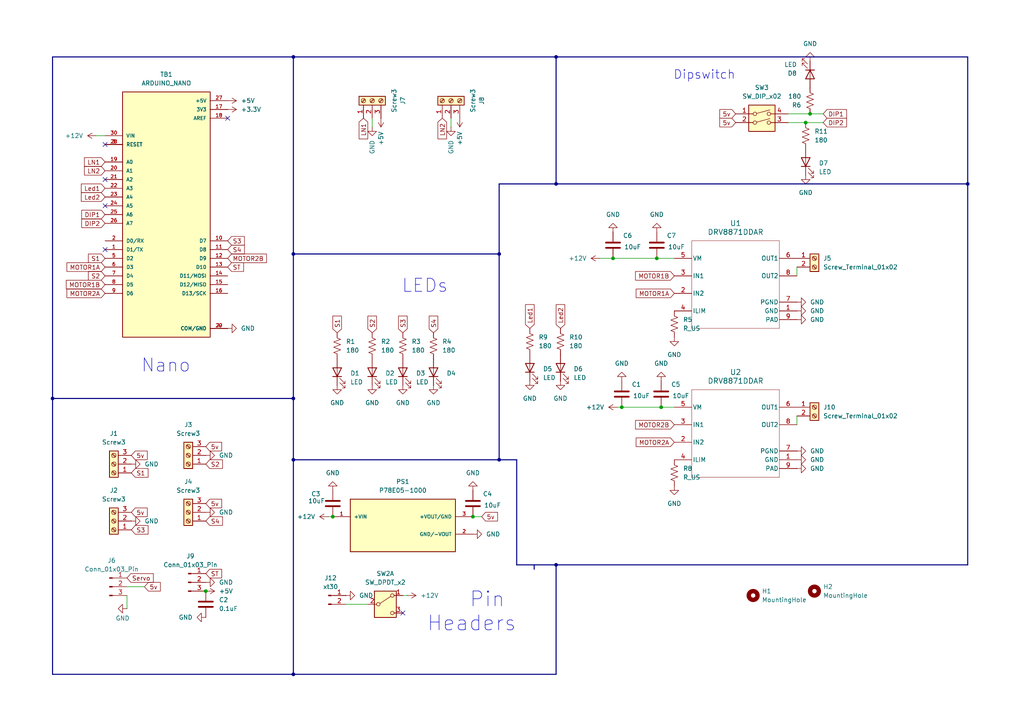
<source format=kicad_sch>
(kicad_sch (version 20231120) (generator "eeschema") (generator_version "8.0")
  (paper "A4")
  (lib_symbols
    (symbol "ARDUINO_NANO[1]:ARDUINO_NANO" (pin_names (offset 1.016))
      (property "Reference" "TB" (at -12.7 35.56 0))
      (property "Value" "ARDUINO_NANO" (at -12.7 -38.1 0))
      (symbol "ARDUINO_NANO_0_0"
        (rectangle (start -12.7 -35.56) (end 12.7 35.56) (stroke (width 0.254)) (fill (type background)))
        (pin bidirectional line (at -17.78 -10.16 0) (length 5.08) (name "D1/TX") (number "1"))
        (pin bidirectional line (at 17.78 -7.62 180) (length 5.08) (name "D7") (number "10"))
        (pin bidirectional line (at 17.78 -10.16 180) (length 5.08) (name "D8") (number "11"))
        (pin bidirectional line (at 17.78 -12.7 180) (length 5.08) (name "D9") (number "12"))
        (pin bidirectional line (at 17.78 -15.24 180) (length 5.08) (name "D10") (number "13"))
        (pin bidirectional line (at 17.78 -17.78 180) (length 5.08) (name "D11/MOSI") (number "14"))
        (pin bidirectional line (at 17.78 -20.32 180) (length 5.08) (name "D12/MISO") (number "15"))
        (pin bidirectional line (at 17.78 -22.86 180) (length 5.08) (name "D13/SCK") (number "16"))
        (pin power_in line (at 17.78 30.48 180) (length 5.08) (name "3V3") (number "17"))
        (pin power_in line (at 17.78 27.94 180) (length 5.08) (name "AREF") (number "18"))
        (pin input line (at -17.78 15.24 0) (length 5.08) (name "A0") (number "19"))
        (pin bidirectional line (at -17.78 -7.62 0) (length 5.08) (name "D0/RX") (number "2"))
        (pin input line (at -17.78 12.7 0) (length 5.08) (name "A1") (number "20"))
        (pin input line (at -17.78 10.16 0) (length 5.08) (name "A2") (number "21"))
        (pin input line (at -17.78 7.62 0) (length 5.08) (name "A3") (number "22"))
        (pin input line (at -17.78 5.08 0) (length 5.08) (name "A4") (number "23"))
        (pin input line (at -17.78 2.54 0) (length 5.08) (name "A5") (number "24"))
        (pin input line (at -17.78 0 0) (length 5.08) (name "A6") (number "25"))
        (pin input line (at -17.78 -2.54 0) (length 5.08) (name "A7") (number "26"))
        (pin power_in line (at 17.78 33.02 180) (length 5.08) (name "+5V") (number "27"))
        (pin input line (at -17.78 20.32 0) (length 5.08) (name "RESET") (number "28"))
        (pin power_in line (at 17.78 -33.02 180) (length 5.08) (name "COM/GND") (number "29"))
        (pin input line (at -17.78 20.32 0) (length 5.08) (name "RESET") (number "3"))
        (pin input line (at -17.78 22.86 0) (length 5.08) (name "VIN") (number "30"))
        (pin power_in line (at 17.78 -33.02 180) (length 5.08) (name "COM/GND") (number "4"))
        (pin bidirectional line (at -17.78 -12.7 0) (length 5.08) (name "D2") (number "5"))
        (pin bidirectional line (at -17.78 -15.24 0) (length 5.08) (name "D3") (number "6"))
        (pin bidirectional line (at -17.78 -17.78 0) (length 5.08) (name "D4") (number "7"))
        (pin bidirectional line (at -17.78 -20.32 0) (length 5.08) (name "D5") (number "8"))
        (pin bidirectional line (at -17.78 -22.86 0) (length 5.08) (name "D6") (number "9"))
      )
    )
    (symbol "Connector:Conn_01x02_Pin" (pin_names (offset 1.016) hide)
      (property "Reference" "J" (at 0 2.54 0))
      (property "Value" "Conn_01x02_Pin" (at 0 -5.08 0))
      (symbol "Conn_01x02_Pin_1_1"
        (polyline (pts (xy 1.27 -2.54) (xy 0.8636 -2.54)) (stroke (width 0.1524)))
        (polyline (pts (xy 1.27 0) (xy 0.8636 0)) (stroke (width 0.1524)))
        (rectangle (start 0.8636 -2.413) (end 0 -2.667) (stroke (width 0.1524)) (fill (type outline)))
        (rectangle (start 0.8636 0.127) (end 0 -0.127) (stroke (width 0.1524)) (fill (type outline)))
        (pin passive line (at 5.08 0 180) (length 3.81) (name "Pin_1") (number "1"))
        (pin passive line (at 5.08 -2.54 180) (length 3.81) (name "Pin_2") (number "2"))
      )
    )
    (symbol "Connector:Conn_01x03_Pin" (pin_names (offset 1.016) hide)
      (property "Reference" "J" (at 0 5.08 0))
      (property "Value" "Conn_01x03_Pin" (at 0 -5.08 0))
      (symbol "Conn_01x03_Pin_1_1"
        (polyline (pts (xy 1.27 -2.54) (xy 0.8636 -2.54)) (stroke (width 0.1524)))
        (polyline (pts (xy 1.27 0) (xy 0.8636 0)) (stroke (width 0.1524)))
        (polyline (pts (xy 1.27 2.54) (xy 0.8636 2.54)) (stroke (width 0.1524)))
        (rectangle (start 0.8636 -2.413) (end 0 -2.667) (stroke (width 0.1524)) (fill (type outline)))
        (rectangle (start 0.8636 0.127) (end 0 -0.127) (stroke (width 0.1524)) (fill (type outline)))
        (rectangle (start 0.8636 2.667) (end 0 2.413) (stroke (width 0.1524)) (fill (type outline)))
        (pin passive line (at 5.08 2.54 180) (length 3.81) (name "Pin_1") (number "1"))
        (pin passive line (at 5.08 0 180) (length 3.81) (name "Pin_2") (number "2"))
        (pin passive line (at 5.08 -2.54 180) (length 3.81) (name "Pin_3") (number "3"))
      )
    )
    (symbol "Connector:Screw_Terminal_01x02" (pin_names (offset 1.016) hide)
      (property "Reference" "J" (at 0 2.54 0))
      (property "Value" "Screw_Terminal_01x02" (at 0 -5.08 0))
      (symbol "Screw_Terminal_01x02_1_1"
        (rectangle (start -1.27 1.27) (end 1.27 -3.81) (stroke (width 0.254)) (fill (type background)))
        (circle (center 0 -2.54) (radius 0.635) (stroke (width 0.1524)))
        (polyline (pts (xy -0.5334 -2.2098) (xy 0.3302 -3.048)) (stroke (width 0.1524)))
        (polyline (pts (xy -0.5334 0.3302) (xy 0.3302 -0.508)) (stroke (width 0.1524)))
        (polyline (pts (xy -0.3556 -2.032) (xy 0.508 -2.8702)) (stroke (width 0.1524)))
        (polyline (pts (xy -0.3556 0.508) (xy 0.508 -0.3302)) (stroke (width 0.1524)))
        (circle (center 0 0) (radius 0.635) (stroke (width 0.1524)))
        (pin passive line (at -5.08 0 0) (length 3.81) (name "Pin_1") (number "1"))
        (pin passive line (at -5.08 -2.54 0) (length 3.81) (name "Pin_2") (number "2"))
      )
    )
    (symbol "Connector:Screw_Terminal_01x03" (pin_names (offset 1.016) hide)
      (property "Reference" "J" (at 0 5.08 0))
      (property "Value" "Screw_Terminal_01x03" (at 0 -5.08 0))
      (symbol "Screw_Terminal_01x03_1_1"
        (rectangle (start -1.27 3.81) (end 1.27 -3.81) (stroke (width 0.254)) (fill (type background)))
        (circle (center 0 -2.54) (radius 0.635) (stroke (width 0.1524)))
        (polyline (pts (xy -0.5334 -2.2098) (xy 0.3302 -3.048)) (stroke (width 0.1524)))
        (polyline (pts (xy -0.5334 0.3302) (xy 0.3302 -0.508)) (stroke (width 0.1524)))
        (polyline (pts (xy -0.5334 2.8702) (xy 0.3302 2.032)) (stroke (width 0.1524)))
        (polyline (pts (xy -0.3556 -2.032) (xy 0.508 -2.8702)) (stroke (width 0.1524)))
        (polyline (pts (xy -0.3556 0.508) (xy 0.508 -0.3302)) (stroke (width 0.1524)))
        (polyline (pts (xy -0.3556 3.048) (xy 0.508 2.2098)) (stroke (width 0.1524)))
        (circle (center 0 0) (radius 0.635) (stroke (width 0.1524)))
        (circle (center 0 2.54) (radius 0.635) (stroke (width 0.1524)))
        (pin passive line (at -5.08 2.54 0) (length 3.81) (name "Pin_1") (number "1"))
        (pin passive line (at -5.08 0 0) (length 3.81) (name "Pin_2") (number "2"))
        (pin passive line (at -5.08 -2.54 0) (length 3.81) (name "Pin_3") (number "3"))
      )
    )
    (symbol "DRV8871:DRV8871DDAR" (pin_names (offset 0.254))
      (property "Reference" "U" (at 0 2.54 0))
      (property "Value" "DRV8871DDAR" (at 0 0 0))
      (symbol "DRV8871DDAR_0_1"
        (polyline (pts (xy -12.7 -12.7) (xy 12.7 -12.7)) (stroke (width 0.1016)))
        (polyline (pts (xy -12.7 12.7) (xy -12.7 -12.7)) (stroke (width 0.1016)))
        (polyline (pts (xy 12.7 -12.7) (xy 12.7 12.7)) (stroke (width 0.1016)))
        (polyline (pts (xy 12.7 12.7) (xy -12.7 12.7)) (stroke (width 0.1016)))
        (pin power_in line (at 17.78 -7.62 180) (length 5.08) (name "GND") (number "1"))
        (pin input line (at -17.78 -2.54 0) (length 5.08) (name "IN2") (number "2"))
        (pin input line (at -17.78 2.54 0) (length 5.08) (name "IN1") (number "3"))
        (pin input line (at -17.78 -7.62 0) (length 5.08) (name "ILIM") (number "4"))
        (pin power_in line (at -17.78 7.62 0) (length 5.08) (name "VM") (number "5"))
        (pin output line (at 17.78 7.62 180) (length 5.08) (name "OUT1") (number "6"))
        (pin power_in line (at 17.78 -5.08 180) (length 5.08) (name "PGND") (number "7"))
        (pin output line (at 17.78 2.54 180) (length 5.08) (name "OUT2") (number "8"))
        (pin power_in line (at 17.78 -10.16 180) (length 5.08) (name "PAD") (number "9"))
      )
    )
    (symbol "Device:C" (pin_numbers hide) (pin_names (offset 0.254))
      (property "Reference" "C" (at 0.635 2.54 0))
      (property "Value" "C" (at 0.635 -2.54 0))
      (symbol "C_0_1"
        (polyline (pts (xy -2.032 -0.762) (xy 2.032 -0.762)) (stroke (width 0.508)))
        (polyline (pts (xy -2.032 0.762) (xy 2.032 0.762)) (stroke (width 0.508)))
      )
      (symbol "C_1_1"
        (pin passive line (at 0 3.81 270) (length 2.794) (name "~") (number "1"))
        (pin passive line (at 0 -3.81 90) (length 2.794) (name "~") (number "2"))
      )
    )
    (symbol "Device:LED" (pin_numbers hide) (pin_names (offset 1.016) hide)
      (property "Reference" "D" (at 0 2.54 0))
      (property "Value" "LED" (at 0 -2.54 0))
      (symbol "LED_0_1"
        (polyline (pts (xy -1.27 -1.27) (xy -1.27 1.27)) (stroke (width 0.254)))
        (polyline (pts (xy -1.27 0) (xy 1.27 0)))
        (polyline (pts (xy 1.27 -1.27) (xy 1.27 1.27) (xy -1.27 0) (xy 1.27 -1.27)) (stroke (width 0.254)))
        (polyline (pts (xy -3.048 -0.762) (xy -4.572 -2.286) (xy -3.81 -2.286) (xy -4.572 -2.286) (xy -4.572 -1.524)))
        (polyline (pts (xy -1.778 -0.762) (xy -3.302 -2.286) (xy -2.54 -2.286) (xy -3.302 -2.286) (xy -3.302 -1.524)))
      )
      (symbol "LED_1_1"
        (pin passive line (at -3.81 0 0) (length 2.54) (name "K") (number "1"))
        (pin passive line (at 3.81 0 180) (length 2.54) (name "A") (number "2"))
      )
    )
    (symbol "Device:R_US" (pin_numbers hide) (pin_names (offset 0))
      (property "Reference" "R" (at 2.54 0 90))
      (property "Value" "R_US" (at -2.54 0 90))
      (symbol "R_US_0_1"
        (polyline (pts (xy 0 -2.286) (xy 0 -2.54)))
        (polyline (pts (xy 0 2.286) (xy 0 2.54)))
        (polyline (pts (xy 0 -0.762) (xy 1.016 -1.143) (xy 0 -1.524) (xy -1.016 -1.905) (xy 0 -2.286)))
        (polyline (pts (xy 0 0.762) (xy 1.016 0.381) (xy 0 0) (xy -1.016 -0.381) (xy 0 -0.762)))
        (polyline (pts (xy 0 2.286) (xy 1.016 1.905) (xy 0 1.524) (xy -1.016 1.143) (xy 0 0.762)))
      )
      (symbol "R_US_1_1"
        (pin passive line (at 0 3.81 270) (length 1.27) (name "~") (number "1"))
        (pin passive line (at 0 -3.81 90) (length 1.27) (name "~") (number "2"))
      )
    )
    (symbol "Mechanical:MountingHole" (pin_names (offset 1.016)) (exclude_from_sim yes) (in_bom no)
      (property "Reference" "H" (at 0 5.08 0))
      (property "Value" "MountingHole" (at 0 3.175 0))
      (symbol "MountingHole_0_1"
        (circle (center 0 0) (radius 1.27) (stroke (width 1.27)))
      )
    )
    (symbol "P78E05-1000[1]:P78E05-1000" (pin_names (offset 1.016))
      (property "Reference" "PS" (at -15.24 7.62 0))
      (property "Value" "P78E05-1000" (at -15.24 -10.16 0))
      (symbol "P78E05-1000_0_0"
        (rectangle (start -15.24 -7.62) (end 15.24 7.62) (stroke (width 0.254)) (fill (type background)))
        (pin input line (at -20.32 2.54 0) (length 5.08) (name "+VIN") (number "1"))
        (pin power_in line (at 20.32 -2.54 180) (length 5.08) (name "GND/-VOUT") (number "2"))
        (pin power_in line (at 20.32 2.54 180) (length 5.08) (name "+VOUT/GND") (number "3"))
      )
    )
    (symbol "Switch:SW_DIP_x02" (pin_names (offset 0) hide)
      (property "Reference" "SW" (at 0 6.35 0))
      (property "Value" "SW_DIP_x02" (at 0 -3.81 0))
      (symbol "SW_DIP_x02_0_0"
        (circle (center -2.032 0) (radius 0.508))
        (circle (center -2.032 2.54) (radius 0.508))
        (polyline (pts (xy -1.524 0.127) (xy 2.3622 1.1684)))
        (polyline (pts (xy -1.524 2.667) (xy 2.3622 3.7084)))
        (circle (center 2.032 0) (radius 0.508))
        (circle (center 2.032 2.54) (radius 0.508))
      )
      (symbol "SW_DIP_x02_0_1"
        (rectangle (start -3.81 5.08) (end 3.81 -2.54) (stroke (width 0.254)) (fill (type background)))
      )
      (symbol "SW_DIP_x02_1_1"
        (pin passive line (at -7.62 2.54 0) (length 5.08) (name "~") (number "1"))
        (pin passive line (at -7.62 0 0) (length 5.08) (name "~") (number "2"))
        (pin passive line (at 7.62 0 180) (length 5.08) (name "~") (number "3"))
        (pin passive line (at 7.62 2.54 180) (length 5.08) (name "~") (number "4"))
      )
    )
    (symbol "Switch:SW_DPDT_x2" (pin_names (offset 0) hide)
      (property "Reference" "SW" (at 0 5.08 0))
      (property "Value" "SW_DPDT_x2" (at 0 -5.08 0))
      (symbol "SW_DPDT_x2_0_0"
        (circle (center -2.032 0) (radius 0.508))
        (circle (center 2.032 -2.54) (radius 0.508))
      )
      (symbol "SW_DPDT_x2_0_1"
        (rectangle (start -3.175 3.81) (end 3.175 -3.81) (stroke (width 0.254)) (fill (type background)))
        (polyline (pts (xy -1.524 0.254) (xy 1.5748 2.286)))
        (circle (center 2.032 2.54) (radius 0.508))
      )
      (symbol "SW_DPDT_x2_1_1"
        (pin passive line (at 5.08 2.54 180) (length 2.54) (name "A") (number "1"))
        (pin passive line (at -5.08 0 0) (length 2.54) (name "B") (number "2"))
        (pin passive line (at 5.08 -2.54 180) (length 2.54) (name "C") (number "3"))
      )
      (symbol "SW_DPDT_x2_2_1"
        (pin passive line (at 5.08 2.54 180) (length 2.54) (name "A") (number "4"))
        (pin passive line (at -5.08 0 0) (length 2.54) (name "B") (number "5"))
        (pin passive line (at 5.08 -2.54 180) (length 2.54) (name "C") (number "6"))
      )
    )
    (symbol "power:+12V" (power) (pin_numbers hide) (pin_names (offset 0) hide)
      (property "Value" "+12V" (at 0 3.556 0))
      (symbol "+12V_0_1"
        (polyline (pts (xy -0.762 1.27) (xy 0 2.54)))
        (polyline (pts (xy 0 0) (xy 0 2.54)))
        (polyline (pts (xy 0 2.54) (xy 0.762 1.27)))
      )
      (symbol "+12V_1_1"
        (pin power_in line (at 0 0 90) (length 0) (name "~") (number "1"))
      )
    )
    (symbol "power:+3.3V" (power) (pin_numbers hide) (pin_names (offset 0) hide)
      (property "Value" "+3.3V" (at 0 3.556 0))
      (symbol "+3.3V_0_1"
        (polyline (pts (xy -0.762 1.27) (xy 0 2.54)))
        (polyline (pts (xy 0 0) (xy 0 2.54)))
        (polyline (pts (xy 0 2.54) (xy 0.762 1.27)))
      )
      (symbol "+3.3V_1_1"
        (pin power_in line (at 0 0 90) (length 0) (name "~") (number "1"))
      )
    )
    (symbol "power:+5V" (power) (pin_numbers hide) (pin_names (offset 0) hide)
      (property "Value" "+5V" (at 0 3.556 0))
      (symbol "+5V_0_1"
        (polyline (pts (xy -0.762 1.27) (xy 0 2.54)))
        (polyline (pts (xy 0 0) (xy 0 2.54)))
        (polyline (pts (xy 0 2.54) (xy 0.762 1.27)))
      )
      (symbol "+5V_1_1"
        (pin power_in line (at 0 0 90) (length 0) (name "~") (number "1"))
      )
    )
    (symbol "power:GND" (power) (pin_numbers hide) (pin_names (offset 0) hide)
      (property "Value" "GND" (at 0 -3.81 0))
      (symbol "GND_0_1"
        (polyline (pts (xy 0 0) (xy 0 -1.27) (xy 1.27 -1.27) (xy 0 -2.54) (xy -1.27 -1.27) (xy 0 -1.27)))
      )
      (symbol "GND_1_1"
        (pin power_in line (at 0 0 270) (length 0) (name "~") (number "1"))
      )
    )
  )
  (junction (at 137.16 149.86))
  (junction (at 15.24 115.57))
  (junction (at 59.69 171.45))
  (junction (at 161.29 16.51))
  (junction (at 85.09 16.51))
  (junction (at 161.29 163.83))
  (junction (at 191.77 118.11))
  (junction (at 190.5 74.93))
  (junction (at 234.95 33.02))
  (junction (at 144.78 73.66))
  (junction (at 233.68 35.56))
  (junction (at 144.78 133.35))
  (junction (at 161.29 53.34))
  (junction (at 180.34 118.11))
  (junction (at 85.09 73.66))
  (junction (at 96.52 149.86))
  (junction (at 85.09 115.57))
  (junction (at 280.67 53.34))
  (junction (at 177.8 74.93))
  (junction (at 85.09 195.58))
  (junction (at 85.09 133.35))
  (no_connect (at 66.04 34.29))
  (no_connect (at 30.48 41.91))
  (no_connect (at 116.84 177.8))
  (no_connect (at 30.48 59.69))
  (no_connect (at 30.48 72.39))
  (no_connect (at 30.48 52.07))
  (wire (pts (xy 231.14 120.65) (xy 231.14 123.19)))
  (bus (pts (xy 85.09 73.66) (xy 144.78 73.66)))
  (wire (pts (xy 231.14 77.47) (xy 231.14 80.01)))
  (bus (pts (xy 15.24 115.57) (xy 85.09 115.57)))
  (bus (pts (xy 85.09 16.51) (xy 85.09 73.66)))
  (wire (pts (xy 36.83 170.18) (xy 41.91 170.18)))
  (wire (pts (xy 100.33 175.26) (xy 106.68 175.26)))
  (bus (pts (xy 15.24 16.51) (xy 15.24 115.57)))
  (wire (pts (xy 228.6 35.56) (xy 233.68 35.56)))
  (wire (pts (xy 190.5 74.93) (xy 195.58 74.93)))
  (bus (pts (xy 280.67 53.34) (xy 280.67 163.83)))
  (bus (pts (xy 161.29 16.51) (xy 161.29 53.34)))
  (bus (pts (xy 144.78 73.66) (xy 144.78 133.35)))
  (wire (pts (xy 234.95 33.02) (xy 238.76 33.02)))
  (bus (pts (xy 15.24 195.58) (xy 85.09 195.58)))
  (bus (pts (xy 161.29 195.58) (xy 85.09 195.58)))
  (bus (pts (xy 85.09 73.66) (xy 85.09 115.57)))
  (wire (pts (xy 95.25 149.86) (xy 96.52 149.86)))
  (wire (pts (xy 139.7 149.86) (xy 137.16 149.86)))
  (wire (pts (xy 130.81 34.29) (xy 130.81 36.83)))
  (bus (pts (xy 161.29 53.34) (xy 280.67 53.34)))
  (bus (pts (xy 161.29 16.51) (xy 280.67 16.51)))
  (wire (pts (xy 27.94 39.37) (xy 30.48 39.37)))
  (bus (pts (xy 144.78 53.34) (xy 161.29 53.34)))
  (bus (pts (xy 85.09 16.51) (xy 161.29 16.51)))
  (wire (pts (xy 179.07 118.11) (xy 180.34 118.11)))
  (bus (pts (xy 85.09 16.51) (xy 15.24 16.51)))
  (bus (pts (xy 144.78 133.35) (xy 149.86 133.35)))
  (bus (pts (xy 85.09 115.57) (xy 85.09 133.35)))
  (wire (pts (xy 191.77 118.11) (xy 195.58 118.11)))
  (bus (pts (xy 280.67 16.51) (xy 280.67 53.34)))
  (bus (pts (xy 15.24 115.57) (xy 15.24 195.58)))
  (wire (pts (xy 177.8 74.93) (xy 190.5 74.93)))
  (wire (pts (xy 36.83 176.53) (xy 36.83 172.72)))
  (wire (pts (xy 118.11 172.72) (xy 116.84 172.72)))
  (wire (pts (xy 107.95 34.29) (xy 107.95 36.83)))
  (wire (pts (xy 228.6 33.02) (xy 234.95 33.02)))
  (bus (pts (xy 161.29 163.83) (xy 280.67 163.83)))
  (bus (pts (xy 85.09 195.58) (xy 85.09 133.35)))
  (wire (pts (xy 173.99 74.93) (xy 177.8 74.93)))
  (wire (pts (xy 180.34 118.11) (xy 191.77 118.11)))
  (bus (pts (xy 161.29 163.83) (xy 161.29 195.58)))
  (bus (pts (xy 144.78 53.34) (xy 144.78 73.66)))
  (bus (pts (xy 154.94 165.1) (xy 154.94 163.83)))
  (wire (pts (xy 233.68 35.56) (xy 238.76 35.56)))
  (bus (pts (xy 149.86 133.35) (xy 149.86 163.83)))
  (bus (pts (xy 85.09 133.35) (xy 144.78 133.35)))
  (bus (pts (xy 149.86 163.83) (xy 161.29 163.83)))
  (text "Pin \nHeaders" (at 149.86 171.45 0) (effects (font (size 4.318 4.318)) (justify right top)))
  (text "LEDs\n" (at 130.048 80.772 0) (effects (font (size 3.81 3.81)) (justify right top)))
  (text "Nano\n" (at 55.372 103.886 0) (effects (font (size 3.81 3.81)) (justify right top)))
  (text "Dipswitch\n" (at 213.36 20.32 0) (effects (font (size 2.54 2.54)) (justify right top)))
  (global_label "S1" (shape input) (at 97.79 96.52 90) (property "Intersheetrefs" "${INTERSHEET_REFS}" (effects (hide yes))))
  (global_label "5v" (shape input) (at 213.36 35.56 180) (property "Intersheetrefs" "${INTERSHEET_REFS}" (effects (hide yes))))
  (global_label "S1" (shape input) (at 30.48 74.93 180) (property "Intersheetrefs" "${INTERSHEET_REFS}" (effects (hide yes))))
  (global_label "S1" (shape input) (at 38.1 137.16 0) (property "Intersheetrefs" "${INTERSHEET_REFS}" (effects (hide yes))))
  (global_label "S4" (shape input) (at 66.04 72.39 0) (property "Intersheetrefs" "${INTERSHEET_REFS}" (effects (hide yes))))
  (global_label "Servo" (shape input) (at 36.83 167.64 0) (property "Intersheetrefs" "${INTERSHEET_REFS}" (effects (hide yes))))
  (global_label "LN2" (shape input) (at 30.48 49.53 180) (property "Intersheetrefs" "${INTERSHEET_REFS}" (effects (hide yes))))
  (global_label "5v" (shape input) (at 38.1 148.59 0) (property "Intersheetrefs" "${INTERSHEET_REFS}" (effects (hide yes))))
  (global_label "5v" (shape input) (at 59.69 129.54 0) (property "Intersheetrefs" "${INTERSHEET_REFS}" (effects (hide yes))))
  (global_label "Led2" (shape input) (at 162.56 95.25 90) (property "Intersheetrefs" "${INTERSHEET_REFS}" (effects (hide yes))))
  (global_label "S3" (shape input) (at 38.1 153.67 0) (property "Intersheetrefs" "${INTERSHEET_REFS}" (effects (hide yes))))
  (global_label "S4" (shape input) (at 125.73 96.52 90) (property "Intersheetrefs" "${INTERSHEET_REFS}" (effects (hide yes))))
  (global_label "MOTOR2A" (shape input) (at 195.58 128.27 180) (property "Intersheetrefs" "${INTERSHEET_REFS}" (effects (hide yes))))
  (global_label "Led1" (shape input) (at 30.48 54.61 180) (property "Intersheetrefs" "${INTERSHEET_REFS}" (effects (hide yes))))
  (global_label "5v" (shape input) (at 139.7 149.86 0) (property "Intersheetrefs" "${INTERSHEET_REFS}" (effects (hide yes))))
  (global_label "DIP1" (shape input) (at 238.76 33.02 0) (property "Intersheetrefs" "${INTERSHEET_REFS}" (effects (hide yes))))
  (global_label "MOTOR2A" (shape input) (at 30.48 85.09 180) (property "Intersheetrefs" "${INTERSHEET_REFS}" (effects (hide yes))))
  (global_label "MOTOR2B" (shape input) (at 66.04 74.93 0) (property "Intersheetrefs" "${INTERSHEET_REFS}" (effects (hide yes))))
  (global_label "5v" (shape input) (at 38.1 132.08 0) (property "Intersheetrefs" "${INTERSHEET_REFS}" (effects (hide yes))))
  (global_label "5v" (shape input) (at 41.91 170.18 0) (property "Intersheetrefs" "${INTERSHEET_REFS}" (effects (hide yes))))
  (global_label "MOTOR2B" (shape input) (at 195.58 123.19 180) (property "Intersheetrefs" "${INTERSHEET_REFS}" (effects (hide yes))))
  (global_label "S2" (shape input) (at 30.48 80.01 180) (property "Intersheetrefs" "${INTERSHEET_REFS}" (effects (hide yes))))
  (global_label "ST" (shape input) (at 66.04 77.47 0) (property "Intersheetrefs" "${INTERSHEET_REFS}" (effects (hide yes))))
  (global_label "Led2" (shape input) (at 30.48 57.15 180) (property "Intersheetrefs" "${INTERSHEET_REFS}" (effects (hide yes))))
  (global_label "S3" (shape input) (at 66.04 69.85 0) (property "Intersheetrefs" "${INTERSHEET_REFS}" (effects (hide yes))))
  (global_label "LN1" (shape input) (at 105.41 34.29 270) (property "Intersheetrefs" "${INTERSHEET_REFS}" (effects (hide yes))))
  (global_label "S2" (shape input) (at 59.69 134.62 0) (property "Intersheetrefs" "${INTERSHEET_REFS}" (effects (hide yes))))
  (global_label "MOTOR1B" (shape input) (at 195.58 80.01 180) (property "Intersheetrefs" "${INTERSHEET_REFS}" (effects (hide yes))))
  (global_label "MOTOR1B" (shape input) (at 30.48 82.55 180) (property "Intersheetrefs" "${INTERSHEET_REFS}" (effects (hide yes))))
  (global_label "S4" (shape input) (at 59.69 151.13 0) (property "Intersheetrefs" "${INTERSHEET_REFS}" (effects (hide yes))))
  (global_label "S3" (shape input) (at 116.84 96.52 90) (property "Intersheetrefs" "${INTERSHEET_REFS}" (effects (hide yes))))
  (global_label "LN1" (shape input) (at 30.48 46.99 180) (property "Intersheetrefs" "${INTERSHEET_REFS}" (effects (hide yes))))
  (global_label "5v" (shape input) (at 213.36 33.02 180) (property "Intersheetrefs" "${INTERSHEET_REFS}" (effects (hide yes))))
  (global_label "DIP2" (shape input) (at 238.76 35.56 0) (property "Intersheetrefs" "${INTERSHEET_REFS}" (effects (hide yes))))
  (global_label "S2" (shape input) (at 107.95 96.52 90) (property "Intersheetrefs" "${INTERSHEET_REFS}" (effects (hide yes))))
  (global_label "5v" (shape input) (at 59.69 146.05 0) (property "Intersheetrefs" "${INTERSHEET_REFS}" (effects (hide yes))))
  (global_label "LN2" (shape input) (at 128.27 34.29 270) (property "Intersheetrefs" "${INTERSHEET_REFS}" (effects (hide yes))))
  (global_label "DIP1" (shape input) (at 30.48 62.23 180) (property "Intersheetrefs" "${INTERSHEET_REFS}" (effects (hide yes))))
  (global_label "ST" (shape input) (at 59.69 166.37 0) (property "Intersheetrefs" "${INTERSHEET_REFS}" (effects (hide yes))))
  (global_label "DIP2" (shape input) (at 30.48 64.77 180) (property "Intersheetrefs" "${INTERSHEET_REFS}" (effects (hide yes))))
  (global_label "MOTOR1A" (shape input) (at 30.48 77.47 180) (property "Intersheetrefs" "${INTERSHEET_REFS}" (effects (hide yes))))
  (global_label "Led1" (shape input) (at 153.67 95.25 90) (property "Intersheetrefs" "${INTERSHEET_REFS}" (effects (hide yes))))
  (global_label "MOTOR1A" (shape input) (at 195.58 85.09 180) (property "Intersheetrefs" "${INTERSHEET_REFS}" (effects (hide yes))))
  (symbol (lib_id "power:GND") (at 38.1 151.13 90) (unit 1)
    (property "Reference" "#PWR04" (effects (hide yes)))
    (property "Value" "GND" (at 41.91 151.1301 90) (effects (justify right)))
    (property "Description" "Power symbol creates a global label with name \"GND\" , ground" (effects (hide yes)))
  )
  (symbol (lib_id "power:GND") (at 59.69 168.91 90) (unit 1)
    (property "Reference" "#PWR021" (effects (hide yes)))
    (property "Value" "GND" (at 63.5 168.9099 90) (effects (justify right)))
    (property "Description" "Power symbol creates a global label with name \"GND\" , ground" (effects (hide yes)))
  )
  (symbol (lib_id "DRV8871:DRV8871DDAR") (at 213.36 82.55 0) (unit 1)
    (property "Reference" "U1" (at 213.36 64.77 0) (effects (font (size 1.524 1.524))))
    (property "Value" "DRV8871DDAR" (at 213.36 67.31 0) (effects (font (size 1.524 1.524))))
    (property "Footprint" "Joe-ifootprints:DRV8871" (effects (hide yes)))
    (property "Datasheet" "DRV8871DDAR" (effects (hide yes)))
  )
  (symbol (lib_id "power:GND") (at 100.33 172.72 90) (unit 1)
    (property "Reference" "#PWR034" (effects (hide yes)))
    (property "Value" "GND" (at 104.14 172.7199 90) (effects (justify right)))
    (property "Description" "Power symbol creates a global label with name \"GND\" , ground" (effects (hide yes)))
  )
  (symbol (lib_id "Device:LED") (at 153.67 106.68 90) (unit 1)
    (property "Reference" "D5" (at 157.48 106.9974 90) (effects (justify right)))
    (property "Value" "LED" (at 157.48 109.5374 90) (effects (justify right)))
    (property "Footprint" "LED_SMD:LED_1206_3216Metric" (effects (hide yes)))
    (property "Description" "Light emitting diode" (effects (hide yes)))
  )
  (symbol (lib_id "Connector:Screw_Terminal_01x03") (at 33.02 134.62 180) (unit 1)
    (property "Reference" "J1" (at 33.02 125.73 0))
    (property "Value" "Screw3" (at 33.02 128.27 0))
    (property "Footprint" "Connector_JST:JST_EH_B3B-EH-A_1x03_P2.50mm_Vertical" (effects (hide yes)))
    (property "Description" "Generic screw terminal, single row, 01x03, script generated (kicad-library-utils/schlib/autogen/connector/)" (effects (hide yes)))
  )
  (symbol (lib_id "power:GND") (at 107.95 111.76 0) (unit 1)
    (property "Reference" "#PWR013" (effects (hide yes)))
    (property "Value" "GND" (at 107.95 116.84 0))
    (property "Description" "Power symbol creates a global label with name \"GND\" , ground" (effects (hide yes)))
  )
  (symbol (lib_id "power:GND") (at 234.95 17.78 180) (unit 1)
    (property "Reference" "#PWR032" (effects (hide yes)))
    (property "Value" "GND" (at 234.95 12.7 0))
    (property "Description" "Power symbol creates a global label with name \"GND\" , ground" (effects (hide yes)))
  )
  (symbol (lib_id "power:GND") (at 130.81 36.83 0) (unit 1)
    (property "Reference" "#PWR018" (effects (hide yes)))
    (property "Value" "GND" (at 130.8099 40.64 90) (effects (justify right)))
    (property "Description" "Power symbol creates a global label with name \"GND\" , ground" (effects (hide yes)))
  )
  (symbol (lib_id "power:+12V") (at 118.11 172.72 270) (unit 1)
    (property "Reference" "#PWR035" (effects (hide yes)))
    (property "Value" "+12V" (at 121.92 172.7199 90) (effects (justify left)))
    (property "Description" "Power symbol creates a global label with name \"+12V\"" (effects (hide yes)))
  )
  (symbol (lib_id "Device:R_US") (at 233.68 39.37 0) (unit 1)
    (property "Reference" "R11" (at 236.22 38.0999 0) (effects (justify left)))
    (property "Value" "180" (at 236.22 40.6399 0) (effects (justify left)))
    (property "Footprint" "Resistor_SMD:R_0805_2012Metric" (effects (hide yes)))
    (property "Description" "Resistor, US symbol" (effects (hide yes)))
  )
  (symbol (lib_id "power:+5V") (at 59.69 171.45 270) (unit 1)
    (property "Reference" "#PWR022" (effects (hide yes)))
    (property "Value" "+5V" (at 63.5 171.4501 90) (effects (justify left)))
    (property "Description" "Power symbol creates a global label with name \"+5V\"" (effects (hide yes)))
  )
  (symbol (lib_id "Device:R_US") (at 162.56 99.06 0) (unit 1)
    (property "Reference" "R10" (at 165.1 97.7899 0) (effects (justify left)))
    (property "Value" "180" (at 165.1 100.3299 0) (effects (justify left)))
    (property "Footprint" "Resistor_SMD:R_0805_2012Metric" (effects (hide yes)))
    (property "Description" "Resistor, US symbol" (effects (hide yes)))
  )
  (symbol (lib_id "power:GND") (at 137.16 154.94 90) (unit 1)
    (property "Reference" "#PWR031" (effects (hide yes)))
    (property "Value" "GND" (at 140.97 154.9399 90) (effects (justify right)))
    (property "Description" "Power symbol creates a global label with name \"GND\" , ground" (effects (hide yes)))
  )
  (symbol (lib_id "Device:R_US") (at 195.58 137.16 0) (unit 1)
    (property "Reference" "R8" (at 198.12 135.8899 0) (effects (justify left)))
    (property "Value" "R_US" (at 198.12 138.4299 0) (effects (justify left)))
    (property "Footprint" "Resistor_SMD:R_0805_2012Metric" (effects (hide yes)))
    (property "Description" "Resistor, US symbol" (effects (hide yes)))
  )
  (symbol (lib_id "Switch:SW_DIP_x02") (at 220.98 35.56 0) (unit 1)
    (property "Reference" "SW3" (at 220.98 25.4 0))
    (property "Value" "SW_DIP_x02" (at 220.98 27.94 0))
    (property "Footprint" "JOEJOE:Dipswitch2" (effects (hide yes)))
    (property "Description" "2x DIP Switch, Single Pole Single Throw (SPST) switch, small symbol" (effects (hide yes)))
  )
  (symbol (lib_id "Switch:SW_DPDT_x2") (at 111.76 175.26 0) (unit 1)
    (property "Reference" "SW2" (at 111.76 166.37 0))
    (property "Value" "SW_DPDT_x2" (at 111.76 168.91 0))
    (property "Footprint" "Connector_PinHeader_2.54mm:PinHeader_1x03_P2.54mm_Vertical" (effects (hide yes)))
    (property "Description" "Switch, dual pole double throw, separate symbols" (effects (hide yes)))
  )
  (symbol (lib_id "power:GND") (at 59.69 179.07 270) (unit 1)
    (property "Reference" "#PWR023" (effects (hide yes)))
    (property "Value" "GND" (at 55.88 179.0699 90) (effects (justify right)))
    (property "Description" "Power symbol creates a global label with name \"GND\" , ground" (effects (hide yes)))
  )
  (symbol (lib_id "power:GND") (at 231.14 90.17 90) (unit 1)
    (property "Reference" "#PWR027" (effects (hide yes)))
    (property "Value" "GND" (at 234.95 90.1699 90) (effects (justify right)))
    (property "Description" "Power symbol creates a global label with name \"GND\" , ground" (effects (hide yes)))
  )
  (symbol (lib_id "Connector:Screw_Terminal_01x03") (at 54.61 132.08 180) (unit 1)
    (property "Reference" "J3" (at 54.61 123.19 0))
    (property "Value" "Screw3" (at 54.61 125.73 0))
    (property "Footprint" "Connector_JST:JST_EH_B3B-EH-A_1x03_P2.50mm_Vertical" (effects (hide yes)))
    (property "Description" "Generic screw terminal, single row, 01x03, script generated (kicad-library-utils/schlib/autogen/connector/)" (effects (hide yes)))
  )
  (symbol (lib_id "power:GND") (at 190.5 67.31 180) (unit 1)
    (property "Reference" "#PWR039" (effects (hide yes)))
    (property "Value" "GND" (at 190.5 62.23 0))
    (property "Description" "Power symbol creates a global label with name \"GND\" , ground" (effects (hide yes)))
  )
  (symbol (lib_id "Device:R_US") (at 153.67 99.06 0) (unit 1)
    (property "Reference" "R9" (at 156.21 97.7899 0) (effects (justify left)))
    (property "Value" "180" (at 156.21 100.3299 0) (effects (justify left)))
    (property "Footprint" "Resistor_SMD:R_0805_2012Metric" (effects (hide yes)))
    (property "Description" "Resistor, US symbol" (effects (hide yes)))
  )
  (symbol (lib_id "Connector:Screw_Terminal_01x03") (at 107.95 29.21 90) (unit 1)
    (property "Reference" "J7" (at 116.84 29.21 0))
    (property "Value" "Screw3" (at 114.3 29.21 0))
    (property "Footprint" "Connector_JST:JST_EH_B3B-EH-A_1x03_P2.50mm_Vertical" (effects (hide yes)))
    (property "Description" "Generic screw terminal, single row, 01x03, script generated (kicad-library-utils/schlib/autogen/connector/)" (effects (hide yes)))
  )
  (symbol (lib_id "Connector:Screw_Terminal_01x03") (at 130.81 29.21 90) (unit 1)
    (property "Reference" "J8" (at 139.7 29.21 0))
    (property "Value" "Screw3" (at 137.16 29.21 0))
    (property "Footprint" "Connector_JST:JST_EH_B3B-EH-A_1x03_P2.50mm_Vertical" (effects (hide yes)))
    (property "Description" "Generic screw terminal, single row, 01x03, script generated (kicad-library-utils/schlib/autogen/connector/)" (effects (hide yes)))
  )
  (symbol (lib_id "power:GND") (at 195.58 140.97 0) (unit 1)
    (property "Reference" "#PWR038" (effects (hide yes)))
    (property "Value" "GND" (at 195.58 146.05 0))
    (property "Description" "Power symbol creates a global label with name \"GND\" , ground" (effects (hide yes)))
  )
  (symbol (lib_id "power:+12V") (at 179.07 118.11 90) (unit 1)
    (property "Reference" "#PWR036" (effects (hide yes)))
    (property "Value" "+12V" (at 175.26 118.1099 90) (effects (justify left)))
    (property "Description" "Power symbol creates a global label with name \"+12V\"" (effects (hide yes)))
  )
  (symbol (lib_id "power:GND") (at 38.1 134.62 90) (unit 1)
    (property "Reference" "#PWR03" (effects (hide yes)))
    (property "Value" "GND" (at 41.91 134.6201 90) (effects (justify right)))
    (property "Description" "Power symbol creates a global label with name \"GND\" , ground" (effects (hide yes)))
  )
  (symbol (lib_id "P78E05-1000[1]:P78E05-1000") (at 116.84 152.4 0) (unit 1)
    (property "Reference" "PS1" (at 116.84 139.7 0))
    (property "Value" "P78E05-1000" (at 116.84 142.24 0))
    (property "Footprint" "JOEJOE:convertor" (effects (hide yes)))
    (property "STANDARD" "Manufacturer Recommendations" (effects (hide yes)))
    (property "MANUFACTURER" "CUI Inc" (effects (hide yes)))
  )
  (symbol (lib_id "power:GND") (at 231.14 133.35 90) (unit 1)
    (property "Reference" "#PWR07" (effects (hide yes)))
    (property "Value" "GND" (at 234.95 133.3499 90) (effects (justify right)))
    (property "Description" "Power symbol creates a global label with name \"GND\" , ground" (effects (hide yes)))
  )
  (symbol (lib_id "power:GND") (at 96.52 142.24 180) (unit 1)
    (property "Reference" "#PWR026" (effects (hide yes)))
    (property "Value" "GND" (at 96.52 137.16 0))
    (property "Description" "Power symbol creates a global label with name \"GND\" , ground" (effects (hide yes)))
  )
  (symbol (lib_id "Device:C") (at 137.16 146.05 180) (unit 1)
    (property "Reference" "C4" (at 142.748 143.256 0) (effects (justify left)))
    (property "Value" "10uF" (at 145.288 146.558 0) (effects (justify left)))
    (property "Footprint" "Capacitor_SMD:C_0805_2012Metric" (effects (hide yes)))
    (property "Description" "Unpolarized capacitor" (effects (hide yes)))
  )
  (symbol (lib_id "Device:LED") (at 125.73 107.95 90) (unit 1)
    (property "Reference" "D4" (at 129.54 108.2674 90) (effects (justify right)))
    (property "Value" "LED" (effects (hide yes)))
    (property "Footprint" "LED_SMD:LED_1206_3216Metric" (effects (hide yes)))
    (property "Description" "Light emitting diode" (effects (hide yes)))
  )
  (symbol (lib_id "Device:LED") (at 107.95 107.95 90) (unit 1)
    (property "Reference" "D2" (at 111.76 108.2674 90) (effects (justify right)))
    (property "Value" "LED" (at 111.76 110.8074 90) (effects (justify right)))
    (property "Footprint" "LED_SMD:LED_1206_3216Metric" (effects (hide yes)))
    (property "Description" "Light emitting diode" (effects (hide yes)))
  )
  (symbol (lib_id "Mechanical:MountingHole") (at 218.44 172.72 0) (unit 1) (exclude_from_sim yes) (in_bom no)
    (property "Reference" "H1" (at 220.98 171.4499 0) (effects (justify left)))
    (property "Value" "MountingHole" (at 220.98 173.9899 0) (effects (justify left)))
    (property "Footprint" "MountingHole:MountingHole_2.5mm" (effects (hide yes)))
    (property "Description" "Mounting Hole without connection" (effects (hide yes)))
  )
  (symbol (lib_id "Device:LED") (at 234.95 21.59 270) (unit 1)
    (property "Reference" "D8" (at 231.14 21.2726 90) (effects (justify right)))
    (property "Value" "LED" (at 231.14 18.7326 90) (effects (justify right)))
    (property "Footprint" "LED_SMD:LED_1206_3216Metric" (effects (hide yes)))
    (property "Description" "Light emitting diode" (effects (hide yes)))
  )
  (symbol (lib_id "power:GND") (at 107.95 36.83 0) (unit 1)
    (property "Reference" "#PWR014" (effects (hide yes)))
    (property "Value" "GND" (at 107.9499 40.64 90) (effects (justify right)))
    (property "Description" "Power symbol creates a global label with name \"GND\" , ground" (effects (hide yes)))
  )
  (symbol (lib_id "Device:LED") (at 97.79 107.95 90) (unit 1)
    (property "Reference" "D1" (at 101.6 108.2674 90) (effects (justify right)))
    (property "Value" "LED" (at 101.6 110.8074 90) (effects (justify right)))
    (property "Footprint" "LED_SMD:LED_1206_3216Metric" (effects (hide yes)))
    (property "Description" "Light emitting diode" (effects (hide yes)))
  )
  (symbol (lib_id "power:+3.3V") (at 66.04 31.75 270) (unit 1)
    (property "Reference" "#PWR09" (effects (hide yes)))
    (property "Value" "+3.3V" (at 69.85 31.7499 90) (effects (justify left)))
    (property "Description" "Power symbol creates a global label with name \"+3.3V\"" (effects (hide yes)))
  )
  (symbol (lib_id "Connector:Screw_Terminal_01x02") (at 236.22 118.11 0) (unit 1)
    (property "Reference" "J10" (at 238.76 118.1099 0) (effects (justify left)))
    (property "Value" "Screw_Terminal_01x02" (at 238.76 120.6499 0) (effects (justify left)))
    (property "Footprint" "TerminalBlock:TerminalBlock_Xinya_XY308-2.54-2P_1x02_P2.54mm_Horizontal" (effects (hide yes)))
    (property "Description" "Generic screw terminal, single row, 01x02, script generated (kicad-library-utils/schlib/autogen/connector/)" (effects (hide yes)))
  )
  (symbol (lib_id "power:+12V") (at 173.99 74.93 90) (unit 1)
    (property "Reference" "#PWR029" (effects (hide yes)))
    (property "Value" "+12V" (at 170.18 74.9299 90) (effects (justify left)))
    (property "Description" "Power symbol creates a global label with name \"+12V\"" (effects (hide yes)))
  )
  (symbol (lib_id "Connector:Conn_01x03_Pin") (at 31.75 170.18 0) (unit 1)
    (property "Reference" "J6" (at 32.385 162.56 0))
    (property "Value" "Conn_01x03_Pin" (at 32.385 165.1 0))
    (property "Footprint" "Connector_PinHeader_2.54mm:PinHeader_1x03_P2.54mm_Vertical" (effects (hide yes)))
    (property "Description" "Generic connector, single row, 01x03, script generated" (effects (hide yes)))
  )
  (symbol (lib_id "Device:C") (at 180.34 114.3 180) (unit 1)
    (property "Reference" "C1" (at 185.928 111.506 0) (effects (justify left)))
    (property "Value" "10uF" (at 188.468 114.808 0) (effects (justify left)))
    (property "Footprint" "Capacitor_SMD:C_0805_2012Metric" (effects (hide yes)))
    (property "Description" "Unpolarized capacitor" (effects (hide yes)))
  )
  (symbol (lib_id "Device:R_US") (at 116.84 100.33 0) (unit 1)
    (property "Reference" "R3" (at 119.38 99.0599 0) (effects (justify left)))
    (property "Value" "180" (at 119.38 101.5999 0) (effects (justify left)))
    (property "Footprint" "Resistor_SMD:R_0805_2012Metric" (effects (hide yes)))
    (property "Description" "Resistor, US symbol" (effects (hide yes)))
  )
  (symbol (lib_id "power:GND") (at 195.58 97.79 0) (unit 1)
    (property "Reference" "#PWR037" (effects (hide yes)))
    (property "Value" "GND" (at 195.58 102.87 0))
    (property "Description" "Power symbol creates a global label with name \"GND\" , ground" (effects (hide yes)))
  )
  (symbol (lib_id "power:GND") (at 180.34 110.49 180) (unit 1)
    (property "Reference" "#PWR041" (effects (hide yes)))
    (property "Value" "GND" (at 180.34 105.41 0))
    (property "Description" "Power symbol creates a global label with name \"GND\" , ground" (effects (hide yes)))
  )
  (symbol (lib_id "power:+12V") (at 95.25 149.86 90) (unit 1)
    (property "Reference" "#PWR025" (effects (hide yes)))
    (property "Value" "+12V" (at 91.44 149.8599 90) (effects (justify left)))
    (property "Description" "Power symbol creates a global label with name \"+12V\"" (effects (hide yes)))
  )
  (symbol (lib_id "power:GND") (at 66.04 95.25 90) (unit 1)
    (property "Reference" "#PWR010" (effects (hide yes)))
    (property "Value" "GND" (at 69.85 95.2499 90) (effects (justify right)))
    (property "Description" "Power symbol creates a global label with name \"GND\" , ground" (effects (hide yes)))
  )
  (symbol (lib_id "power:+5V") (at 110.49 34.29 180) (unit 1)
    (property "Reference" "#PWR015" (effects (hide yes)))
    (property "Value" "+5V" (at 110.4901 38.1 90) (effects (justify left)))
    (property "Description" "Power symbol creates a global label with name \"+5V\"" (effects (hide yes)))
  )
  (symbol (lib_id "Device:C") (at 190.5 71.12 180) (unit 1)
    (property "Reference" "C7" (at 196.088 68.326 0) (effects (justify left)))
    (property "Value" "10uF" (at 198.628 71.628 0) (effects (justify left)))
    (property "Footprint" "Capacitor_SMD:C_0805_2012Metric" (effects (hide yes)))
    (property "Description" "Unpolarized capacitor" (effects (hide yes)))
  )
  (symbol (lib_id "power:GND") (at 36.83 176.53 270) (unit 1)
    (property "Reference" "#PWR012" (effects (hide yes)))
    (property "Value" "GND" (at 35.56 179.324 90))
    (property "Description" "Power symbol creates a global label with name \"GND\" , ground" (effects (hide yes)))
  )
  (symbol (lib_id "power:GND") (at 191.77 110.49 180) (unit 1)
    (property "Reference" "#PWR042" (effects (hide yes)))
    (property "Value" "GND" (at 191.77 105.41 0))
    (property "Description" "Power symbol creates a global label with name \"GND\" , ground" (effects (hide yes)))
  )
  (symbol (lib_id "Device:LED") (at 233.68 46.99 90) (unit 1)
    (property "Reference" "D7" (at 237.49 47.3074 90) (effects (justify right)))
    (property "Value" "LED" (at 237.49 49.8474 90) (effects (justify right)))
    (property "Footprint" "LED_SMD:LED_1206_3216Metric" (effects (hide yes)))
    (property "Description" "Light emitting diode" (effects (hide yes)))
  )
  (symbol (lib_id "Device:C") (at 96.52 146.05 180) (unit 1)
    (property "Reference" "C3" (at 92.964 143.256 0) (effects (justify left)))
    (property "Value" "10uF" (at 94.234 145.288 0) (effects (justify left)))
    (property "Footprint" "Capacitor_SMD:C_0805_2012Metric" (effects (hide yes)))
    (property "Description" "Unpolarized capacitor" (effects (hide yes)))
  )
  (symbol (lib_id "power:GND") (at 153.67 110.49 0) (unit 1)
    (property "Reference" "#PWR043" (effects (hide yes)))
    (property "Value" "GND" (at 153.67 115.57 0))
    (property "Description" "Power symbol creates a global label with name \"GND\" , ground" (effects (hide yes)))
  )
  (symbol (lib_id "power:GND") (at 59.69 148.59 90) (unit 1)
    (property "Reference" "#PWR06" (effects (hide yes)))
    (property "Value" "GND" (at 63.5 148.5901 90) (effects (justify right)))
    (property "Description" "Power symbol creates a global label with name \"GND\" , ground" (effects (hide yes)))
  )
  (symbol (lib_id "Mechanical:MountingHole") (at 236.22 171.45 0) (unit 1) (exclude_from_sim yes) (in_bom no)
    (property "Reference" "H2" (at 238.76 170.1799 0) (effects (justify left)))
    (property "Value" "MountingHole" (at 238.76 172.7199 0) (effects (justify left)))
    (property "Footprint" "MountingHole:MountingHole_2.5mm" (effects (hide yes)))
    (property "Description" "Mounting Hole without connection" (effects (hide yes)))
  )
  (symbol (lib_id "power:GND") (at 231.14 92.71 90) (unit 1)
    (property "Reference" "#PWR028" (effects (hide yes)))
    (property "Value" "GND" (at 234.95 92.7099 90) (effects (justify right)))
    (property "Description" "Power symbol creates a global label with name \"GND\" , ground" (effects (hide yes)))
  )
  (symbol (lib_id "ARDUINO_NANO[1]:ARDUINO_NANO") (at 48.26 62.23 0) (unit 1)
    (property "Reference" "TB1" (at 48.26 21.59 0))
    (property "Value" "ARDUINO_NANO" (at 48.26 24.13 0))
    (property "Footprint" "JOEJOE:nano" (effects (hide yes)))
    (property "MF" "Arduino" (effects (hide yes)))
    (property "Description_1" "\nSmall, complete, and breadboard-friendly board based on the ATmega328 (Arduino Nano 3.x)\n" (effects (hide yes)))
    (property "Package" "Non-Standard Arduino" (effects (hide yes)))
    (property "Price" "None" (effects (hide yes)))
    (property "Check_prices" "https://www.snapeda.com/parts/Arduino%20Nano/Arduino/view-part/?ref=eda" (effects (hide yes)))
    (property "STANDARD" "Manufacturer Recommendations" (effects (hide yes)))
    (property "SnapEDA_Link" "https://www.snapeda.com/parts/Arduino%20Nano/Arduino/view-part/?ref=snap" (effects (hide yes)))
    (property "MP" "Arduino Nano" (effects (hide yes)))
    (property "Availability" "In Stock" (effects (hide yes)))
    (property "MANUFACTURER" "ARDUINO" (effects (hide yes)))
  )
  (symbol (lib_id "power:GND") (at 116.84 111.76 0) (unit 1)
    (property "Reference" "#PWR016" (effects (hide yes)))
    (property "Value" "GND" (at 116.84 116.84 0))
    (property "Description" "Power symbol creates a global label with name \"GND\" , ground" (effects (hide yes)))
  )
  (symbol (lib_id "Connector:Screw_Terminal_01x03") (at 33.02 151.13 180) (unit 1)
    (property "Reference" "J2" (at 33.02 142.24 0))
    (property "Value" "Screw3" (at 33.02 144.78 0))
    (property "Footprint" "Connector_JST:JST_EH_B3B-EH-A_1x03_P2.50mm_Vertical" (effects (hide yes)))
    (property "Description" "Generic screw terminal, single row, 01x03, script generated (kicad-library-utils/schlib/autogen/connector/)" (effects (hide yes)))
  )
  (symbol (lib_id "Device:LED") (at 116.84 107.95 90) (unit 1)
    (property "Reference" "D3" (at 120.65 108.2674 90) (effects (justify right)))
    (property "Value" "LED" (at 120.65 110.8074 90) (effects (justify right)))
    (property "Footprint" "LED_SMD:LED_1206_3216Metric" (effects (hide yes)))
    (property "Description" "Light emitting diode" (effects (hide yes)))
  )
  (symbol (lib_id "power:GND") (at 125.73 111.76 0) (unit 1)
    (property "Reference" "#PWR017" (effects (hide yes)))
    (property "Value" "GND" (at 125.73 116.84 0))
    (property "Description" "Power symbol creates a global label with name \"GND\" , ground" (effects (hide yes)))
  )
  (symbol (lib_id "Device:C") (at 191.77 114.3 180) (unit 1)
    (property "Reference" "C5" (at 197.358 111.506 0) (effects (justify left)))
    (property "Value" "10uF" (at 199.898 114.808 0) (effects (justify left)))
    (property "Footprint" "Capacitor_SMD:C_0805_2012Metric" (effects (hide yes)))
    (property "Description" "Unpolarized capacitor" (effects (hide yes)))
  )
  (symbol (lib_id "Device:R_US") (at 125.73 100.33 0) (unit 1)
    (property "Reference" "R4" (at 128.27 99.0599 0) (effects (justify left)))
    (property "Value" "180" (at 128.27 101.5999 0) (effects (justify left)))
    (property "Footprint" "Resistor_SMD:R_0805_2012Metric" (effects (hide yes)))
    (property "Description" "Resistor, US symbol" (effects (hide yes)))
  )
  (symbol (lib_id "DRV8871:DRV8871DDAR") (at 213.36 125.73 0) (unit 1)
    (property "Reference" "U2" (at 213.36 107.95 0) (effects (font (size 1.524 1.524))))
    (property "Value" "DRV8871DDAR" (at 213.36 110.49 0) (effects (font (size 1.524 1.524))))
    (property "Footprint" "Joe-ifootprints:DRV8871" (effects (hide yes)))
    (property "Datasheet" "DRV8871DDAR" (effects (hide yes)))
  )
  (symbol (lib_id "power:GND") (at 59.69 132.08 90) (unit 1)
    (property "Reference" "#PWR05" (effects (hide yes)))
    (property "Value" "GND" (at 63.5 132.0801 90) (effects (justify right)))
    (property "Description" "Power symbol creates a global label with name \"GND\" , ground" (effects (hide yes)))
  )
  (symbol (lib_id "power:+5V") (at 133.35 34.29 180) (unit 1)
    (property "Reference" "#PWR019" (effects (hide yes)))
    (property "Value" "+5V" (at 133.3501 38.1 90) (effects (justify left)))
    (property "Description" "Power symbol creates a global label with name \"+5V\"" (effects (hide yes)))
  )
  (symbol (lib_id "power:GND") (at 137.16 142.24 180) (unit 1)
    (property "Reference" "#PWR030" (effects (hide yes)))
    (property "Value" "GND" (at 137.16 137.16 0))
    (property "Description" "Power symbol creates a global label with name \"GND\" , ground" (effects (hide yes)))
  )
  (symbol (lib_id "power:+5V") (at 66.04 29.21 270) (unit 1)
    (property "Reference" "#PWR08" (effects (hide yes)))
    (property "Value" "+5V" (at 69.85 29.2099 90) (effects (justify left)))
    (property "Description" "Power symbol creates a global label with name \"+5V\"" (effects (hide yes)))
  )
  (symbol (lib_id "power:GND") (at 177.8 67.31 180) (unit 1)
    (property "Reference" "#PWR040" (effects (hide yes)))
    (property "Value" "GND" (at 177.8 62.23 0))
    (property "Description" "Power symbol creates a global label with name \"GND\" , ground" (effects (hide yes)))
  )
  (symbol (lib_id "Connector:Screw_Terminal_01x03") (at 54.61 148.59 180) (unit 1)
    (property "Reference" "J4" (at 54.61 139.7 0))
    (property "Value" "Screw3" (at 54.61 142.24 0))
    (property "Footprint" "Connector_JST:JST_EH_B3B-EH-A_1x03_P2.50mm_Vertical" (effects (hide yes)))
    (property "Description" "Generic screw terminal, single row, 01x03, script generated (kicad-library-utils/schlib/autogen/connector/)" (effects (hide yes)))
  )
  (symbol (lib_id "power:GND") (at 231.14 130.81 90) (unit 1)
    (property "Reference" "#PWR02" (effects (hide yes)))
    (property "Value" "GND" (at 234.95 130.8099 90) (effects (justify right)))
    (property "Description" "Power symbol creates a global label with name \"GND\" , ground" (effects (hide yes)))
  )
  (symbol (lib_id "Device:R_US") (at 195.58 93.98 0) (unit 1)
    (property "Reference" "R5" (at 198.12 92.7099 0) (effects (justify left)))
    (property "Value" "R_US" (at 198.12 95.2499 0) (effects (justify left)))
    (property "Footprint" "Resistor_SMD:R_0805_2012Metric" (effects (hide yes)))
    (property "Description" "Resistor, US symbol" (effects (hide yes)))
  )
  (symbol (lib_id "Connector:Screw_Terminal_01x02") (at 236.22 74.93 0) (unit 1)
    (property "Reference" "J5" (at 238.76 74.9299 0) (effects (justify left)))
    (property "Value" "Screw_Terminal_01x02" (at 238.76 77.4699 0) (effects (justify left)))
    (property "Footprint" "TerminalBlock:TerminalBlock_Xinya_XY308-2.54-2P_1x02_P2.54mm_Horizontal" (effects (hide yes)))
    (property "Description" "Generic screw terminal, single row, 01x02, script generated (kicad-library-utils/schlib/autogen/connector/)" (effects (hide yes)))
  )
  (symbol (lib_id "Device:R_US") (at 234.95 29.21 180) (unit 1)
    (property "Reference" "R6" (at 232.41 30.4801 0) (effects (justify left)))
    (property "Value" "180" (at 232.41 27.9401 0) (effects (justify left)))
    (property "Footprint" "Resistor_SMD:R_0805_2012Metric" (effects (hide yes)))
    (property "Description" "Resistor, US symbol" (effects (hide yes)))
  )
  (symbol (lib_id "power:GND") (at 97.79 111.76 0) (unit 1)
    (property "Reference" "#PWR011" (effects (hide yes)))
    (property "Value" "GND" (at 97.79 116.84 0))
    (property "Description" "Power symbol creates a global label with name \"GND\" , ground" (effects (hide yes)))
  )
  (symbol (lib_id "power:+12V") (at 27.94 39.37 90) (unit 1)
    (property "Reference" "#PWR01" (effects (hide yes)))
    (property "Value" "+12V" (at 24.13 39.3699 90) (effects (justify left)))
    (property "Description" "Power symbol creates a global label with name \"+12V\"" (effects (hide yes)))
  )
  (symbol (lib_id "Device:C") (at 177.8 71.12 180) (unit 1)
    (property "Reference" "C6" (at 183.388 68.326 0) (effects (justify left)))
    (property "Value" "10uF" (at 185.928 71.628 0) (effects (justify left)))
    (property "Footprint" "Capacitor_SMD:C_0805_2012Metric" (effects (hide yes)))
    (property "Description" "Unpolarized capacitor" (effects (hide yes)))
  )
  (symbol (lib_id "power:GND") (at 162.56 110.49 0) (unit 1)
    (property "Reference" "#PWR044" (effects (hide yes)))
    (property "Value" "GND" (at 162.56 115.57 0))
    (property "Description" "Power symbol creates a global label with name \"GND\" , ground" (effects (hide yes)))
  )
  (symbol (lib_id "power:GND") (at 233.68 50.8 0) (unit 1)
    (property "Reference" "#PWR045" (effects (hide yes)))
    (property "Value" "GND" (at 233.68 55.88 0))
    (property "Description" "Power symbol creates a global label with name \"GND\" , ground" (effects (hide yes)))
  )
  (symbol (lib_id "Connector:Conn_01x02_Pin") (at 95.25 172.72 0) (unit 1)
    (property "Reference" "J12" (at 95.885 167.64 0))
    (property "Value" "xt30" (at 95.885 170.18 0))
    (property "Footprint" "Connector_AMASS:AMASS_XT30U-F_1x02_P5.0mm_Vertical" (effects (hide yes)))
    (property "Description" "Generic connector, single row, 01x02, script generated" (effects (hide yes)))
  )
  (symbol (lib_id "Connector:Conn_01x03_Pin") (at 54.61 168.91 0) (unit 1)
    (property "Reference" "J9" (at 55.245 161.29 0))
    (property "Value" "Conn_01x03_Pin" (at 55.245 163.83 0))
    (property "Footprint" "Connector_PinHeader_2.54mm:PinHeader_1x03_P2.54mm_Vertical" (effects (hide yes)))
    (property "Description" "Generic connector, single row, 01x03, script generated" (effects (hide yes)))
  )
  (symbol (lib_id "Device:LED") (at 162.56 106.68 90) (unit 1)
    (property "Reference" "D6" (at 166.37 106.9974 90) (effects (justify right)))
    (property "Value" "LED" (at 166.37 109.5374 90) (effects (justify right)))
    (property "Footprint" "LED_SMD:LED_1206_3216Metric" (effects (hide yes)))
    (property "Description" "Light emitting diode" (effects (hide yes)))
  )
  (symbol (lib_id "Device:R_US") (at 107.95 100.33 0) (unit 1)
    (property "Reference" "R2" (at 110.49 99.0599 0) (effects (justify left)))
    (property "Value" "180" (at 110.49 101.5999 0) (effects (justify left)))
    (property "Footprint" "Resistor_SMD:R_0805_2012Metric" (effects (hide yes)))
    (property "Description" "Resistor, US symbol" (effects (hide yes)))
  )
  (symbol (lib_id "power:GND") (at 231.14 135.89 90) (unit 1)
    (property "Reference" "#PWR020" (effects (hide yes)))
    (property "Value" "GND" (at 234.95 135.8899 90) (effects (justify right)))
    (property "Description" "Power symbol creates a global label with name \"GND\" , ground" (effects (hide yes)))
  )
  (symbol (lib_id "power:GND") (at 231.14 87.63 90) (unit 1)
    (property "Reference" "#PWR024" (effects (hide yes)))
    (property "Value" "GND" (at 234.95 87.6299 90) (effects (justify right)))
    (property "Description" "Power symbol creates a global label with name \"GND\" , ground" (effects (hide yes)))
  )
  (symbol (lib_id "Device:R_US") (at 97.79 100.33 0) (unit 1)
    (property "Reference" "R1" (at 100.33 99.0599 0) (effects (justify left)))
    (property "Value" "180" (at 100.33 101.5999 0) (effects (justify left)))
    (property "Footprint" "Resistor_SMD:R_0805_2012Metric" (effects (hide yes)))
    (property "Description" "Resistor, US symbol" (effects (hide yes)))
  )
  (symbol (lib_id "Device:C") (at 59.69 175.26 0) (unit 1)
    (property "Reference" "C2" (at 63.5 173.9899 0) (effects (justify left)))
    (property "Value" "0.1uF" (at 63.5 176.5299 0) (effects (justify left)))
    (property "Footprint" "Capacitor_SMD:C_0805_2012Metric" (effects (hide yes)))
    (property "Description" "Unpolarized capacitor" (effects (hide yes)))
  )
)
</source>
